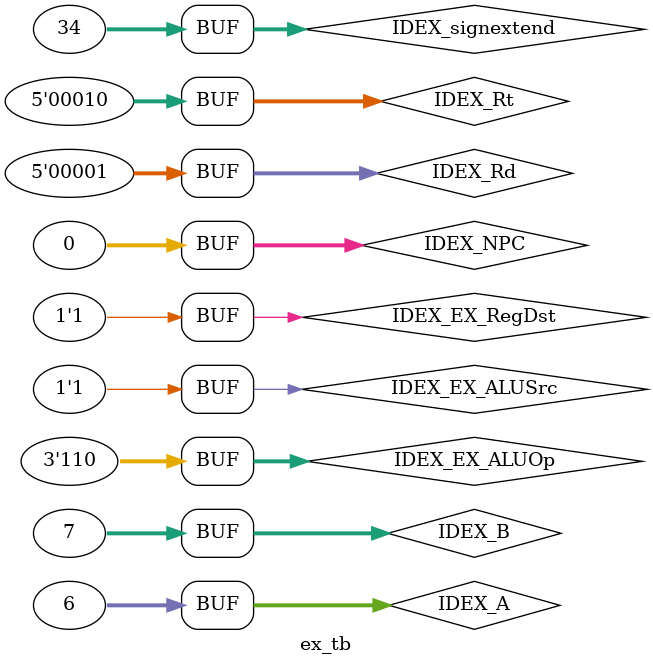
<source format=v>
module Ex_Stage(
input IDEX_EX_RegDst,
input IDEX_EX_ALUSrc,
input [0:2] IDEX_EX_ALUOp,

input [31:0] IDEX_NPC,
input [31:0] IDEX_A,//read data 1
input [31:0] IDEX_B ,//read data 2
input [31:0] IDEX_signextend,
input [4:0] IDEX_Rd ,
input [4:0] IDEX_Rt ,
//newly added
input IDEX_WB_MemToReg,
input IDEX_WB_RegWrite,
input IDEX_M_MemWrite,
input IDEX_M_MemRead,
input IDEX_M_Branch,
input IDEX_M_BranchNotEqual,

output EXMEM_WB_MemToReg,
output EXMEM_WB_RegWrite ,
output EXMEM_M_MemWrite,
output EXMEM_M_MemRead,
output EXMEM_M_Branch,
output EXEMEM_M_BranchNotEqual,
//----

output [31:0] EXMEM_ALUOut , 
output [4:0] EXMEM_Rt,
output EXMEM_zero,
output [31:0]EXMEM_AddResult,
output [31:0]EXMEM_B
);

wire [31:0] alu_mux_out;
wire [3:0]acountrol;

Mux32bit alu_mux(.a(IDEX_B), .b(IDEX_signextend), .out(alu_mux_out),
.sel(IDEX_EX_ALUSrc));
 //sel
Mux5bit rt_mux(.a(IDEX_Rt), .b(IDEX_Rd), .out(EXMEM_Rt),
.sel(IDEX_EX_RegDst));//sel

ALU_Control ac(.func(IDEX_signextend[5:0]), .aluop(IDEX_EX_ALUOp), .control(acountrol)); //aluop
ALU a(.in1(IDEX_A),
.in2(alu_mux_out),
.control(acountrol),
.out(EXMEM_ALUOut),
.zero(EXMEM_zero)
);

 //control
Adder addr(.A(IDEX_NPC),.B(IDEX_signextend),.Sum(EXMEM_AddResult));

assign EXMEM_B = IDEX_B;

assign EXMEM_WB_MemToReg = IDEX_WB_MemToReg;
assign EXMEM_WB_RegWrite = IDEX_WB_RegWrite;
assign EXMEM_M_MemWrite=IDEX_M_MemWrite;
assign EXMEM_M_MemRead= IDEX_M_MemRead;
assign EXMEM_M_Branch= IDEX_M_Branch;
assign EXEMEM_M_BranchNotEqual = IDEX_M_BranchNotEqual;

endmodule


module ex_tb();
 reg IDEX_EX_RegDst;
reg IDEX_EX_ALUSrc;
reg [0:2] IDEX_EX_ALUOp;

reg [31:0] IDEX_NPC;
reg [31:0] IDEX_A;//read data 1
reg [31:0] IDEX_B ;//read data 2
reg [31:0] IDEX_signextend;
reg [4:0] IDEX_Rd ;
reg [4:0] IDEX_Rt ;

wire [31:0] EXMEM_ALUOut ; 
wire [4:0] EXMEM_Rt;
wire EXMEM_zero;
wire [31:0]EXMEM_AddResult;

  Ex_Stage ex(.IDEX_EX_RegDst(IDEX_EX_RegDst),
.IDEX_EX_ALUSrc(IDEX_EX_ALUSrc),
.IDEX_EX_ALUOp(IDEX_EX_ALUOp),

.IDEX_NPC(IDEX_NPC),
.IDEX_A(IDEX_A),
.IDEX_B(IDEX_B) ,
.IDEX_signextend(IDEX_signextend),
.IDEX_Rd (IDEX_Rd ),
.IDEX_Rt(IDEX_Rt) ,

.EXMEM_ALUOut (EXMEM_ALUOut), 
.EXMEM_Rt(EXMEM_Rt),
.EXMEM_zero(EXMEM_zero),
.EXMEM_AddResult(EXMEM_AddResult));
  
  
  initial
     begin
 IDEX_EX_RegDst =0;
IDEX_EX_ALUSrc = 0;
IDEX_EX_ALUOp = 3'b000;

IDEX_NPC = 32'b0;
IDEX_A = 32'b0110;//read data 1
IDEX_B = 32'b0111;//read data 2
IDEX_signextend = 32'b0100010;
IDEX_Rd = 5'b001;
IDEX_Rt = 5'b0010;

 
 #70 begin
  IDEX_EX_RegDst =1;
IDEX_EX_ALUSrc = 1;
end

#70  IDEX_EX_ALUOp = 3'b110;     
     end
endmodule
</source>
